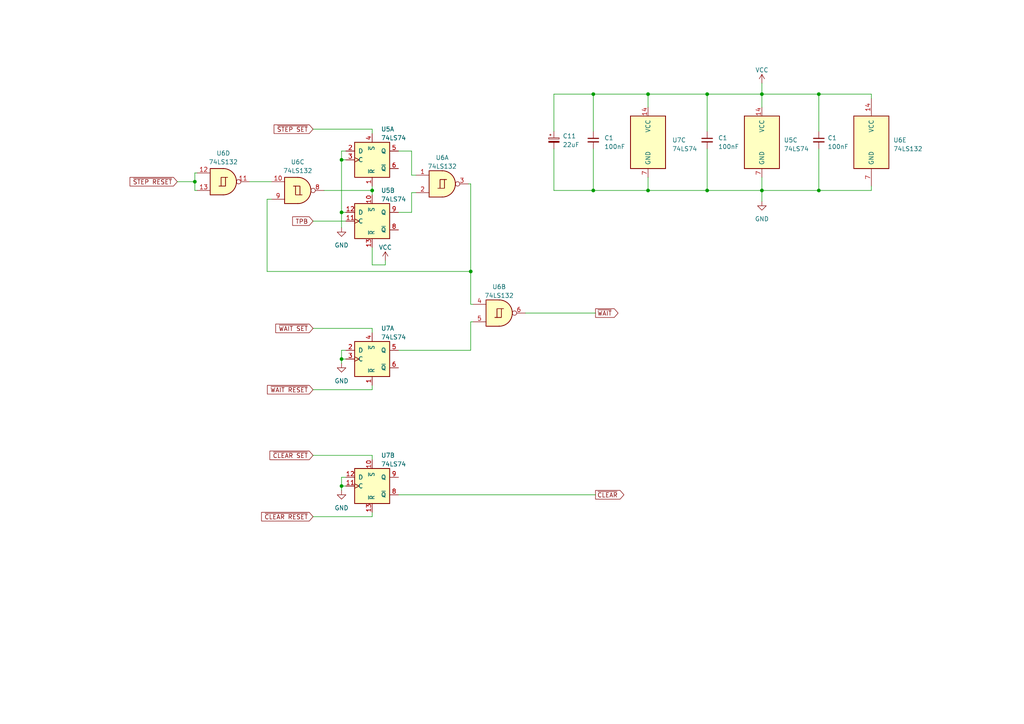
<source format=kicad_sch>
(kicad_sch (version 20230121) (generator eeschema)

  (uuid d3ff6b89-26a2-49ce-a057-71680a1131b6)

  (paper "A4")

  (title_block
    (title "Stepper circuit")
    (date "2023-04-25")
    (rev "1")
    (company "ZLED")
  )

  (lib_symbols
    (symbol "74xx:74LS132" (pin_names (offset 1.016)) (in_bom yes) (on_board yes)
      (property "Reference" "U" (at 0 1.27 0)
        (effects (font (size 1.27 1.27)))
      )
      (property "Value" "74LS132" (at 0 -1.27 0)
        (effects (font (size 1.27 1.27)))
      )
      (property "Footprint" "" (at 0 0 0)
        (effects (font (size 1.27 1.27)) hide)
      )
      (property "Datasheet" "http://www.ti.com/lit/gpn/sn74LS132" (at 0 0 0)
        (effects (font (size 1.27 1.27)) hide)
      )
      (property "ki_locked" "" (at 0 0 0)
        (effects (font (size 1.27 1.27)))
      )
      (property "ki_keywords" "TTL Nand2" (at 0 0 0)
        (effects (font (size 1.27 1.27)) hide)
      )
      (property "ki_description" "Quad 2-input NAND Schmitt trigger" (at 0 0 0)
        (effects (font (size 1.27 1.27)) hide)
      )
      (property "ki_fp_filters" "DIP*W7.62mm*" (at 0 0 0)
        (effects (font (size 1.27 1.27)) hide)
      )
      (symbol "74LS132_1_0"
        (polyline
          (pts
            (xy -0.635 -1.27)
            (xy -0.635 1.27)
            (xy 0.635 1.27)
          )
          (stroke (width 0) (type default))
          (fill (type none))
        )
        (polyline
          (pts
            (xy -0.635 -1.27)
            (xy -0.635 1.27)
            (xy 0.635 1.27)
          )
          (stroke (width 0) (type default))
          (fill (type none))
        )
        (polyline
          (pts
            (xy -1.27 -1.27)
            (xy 0.635 -1.27)
            (xy 0.635 1.27)
            (xy 1.27 1.27)
          )
          (stroke (width 0) (type default))
          (fill (type none))
        )
        (polyline
          (pts
            (xy -1.27 -1.27)
            (xy 0.635 -1.27)
            (xy 0.635 1.27)
            (xy 1.27 1.27)
          )
          (stroke (width 0) (type default))
          (fill (type none))
        )
      )
      (symbol "74LS132_1_1"
        (arc (start 0 -3.81) (mid 3.7934 0) (end 0 3.81)
          (stroke (width 0.254) (type default))
          (fill (type background))
        )
        (polyline
          (pts
            (xy 0 3.81)
            (xy -3.81 3.81)
            (xy -3.81 -3.81)
            (xy 0 -3.81)
          )
          (stroke (width 0.254) (type default))
          (fill (type background))
        )
        (pin input line (at -7.62 2.54 0) (length 3.81)
          (name "~" (effects (font (size 1.27 1.27))))
          (number "1" (effects (font (size 1.27 1.27))))
        )
        (pin input line (at -7.62 -2.54 0) (length 3.81)
          (name "~" (effects (font (size 1.27 1.27))))
          (number "2" (effects (font (size 1.27 1.27))))
        )
        (pin output inverted (at 7.62 0 180) (length 3.81)
          (name "~" (effects (font (size 1.27 1.27))))
          (number "3" (effects (font (size 1.27 1.27))))
        )
      )
      (symbol "74LS132_1_2"
        (arc (start -3.81 -3.81) (mid -2.589 0) (end -3.81 3.81)
          (stroke (width 0.254) (type default))
          (fill (type none))
        )
        (arc (start -0.6096 -3.81) (mid 2.1842 -2.5851) (end 3.81 0)
          (stroke (width 0.254) (type default))
          (fill (type background))
        )
        (polyline
          (pts
            (xy -3.81 -3.81)
            (xy -0.635 -3.81)
          )
          (stroke (width 0.254) (type default))
          (fill (type background))
        )
        (polyline
          (pts
            (xy -3.81 3.81)
            (xy -0.635 3.81)
          )
          (stroke (width 0.254) (type default))
          (fill (type background))
        )
        (polyline
          (pts
            (xy -0.635 3.81)
            (xy -3.81 3.81)
            (xy -3.81 3.81)
            (xy -3.556 3.4036)
            (xy -3.0226 2.2606)
            (xy -2.6924 1.0414)
            (xy -2.6162 -0.254)
            (xy -2.7686 -1.4986)
            (xy -3.175 -2.7178)
            (xy -3.81 -3.81)
            (xy -3.81 -3.81)
            (xy -0.635 -3.81)
          )
          (stroke (width -25.4) (type default))
          (fill (type background))
        )
        (arc (start 3.81 0) (mid 2.1915 2.5936) (end -0.6096 3.81)
          (stroke (width 0.254) (type default))
          (fill (type background))
        )
        (pin input inverted (at -7.62 2.54 0) (length 4.318)
          (name "~" (effects (font (size 1.27 1.27))))
          (number "1" (effects (font (size 1.27 1.27))))
        )
        (pin input inverted (at -7.62 -2.54 0) (length 4.318)
          (name "~" (effects (font (size 1.27 1.27))))
          (number "2" (effects (font (size 1.27 1.27))))
        )
        (pin output line (at 7.62 0 180) (length 3.81)
          (name "~" (effects (font (size 1.27 1.27))))
          (number "3" (effects (font (size 1.27 1.27))))
        )
      )
      (symbol "74LS132_2_0"
        (polyline
          (pts
            (xy -0.635 -1.27)
            (xy -0.635 1.27)
            (xy 0.635 1.27)
          )
          (stroke (width 0) (type default))
          (fill (type none))
        )
        (polyline
          (pts
            (xy -0.635 -1.27)
            (xy -0.635 1.27)
            (xy 0.635 1.27)
          )
          (stroke (width 0) (type default))
          (fill (type none))
        )
        (polyline
          (pts
            (xy -1.27 -1.27)
            (xy 0.635 -1.27)
            (xy 0.635 1.27)
            (xy 1.27 1.27)
          )
          (stroke (width 0) (type default))
          (fill (type none))
        )
        (polyline
          (pts
            (xy -1.27 -1.27)
            (xy 0.635 -1.27)
            (xy 0.635 1.27)
            (xy 1.27 1.27)
          )
          (stroke (width 0) (type default))
          (fill (type none))
        )
      )
      (symbol "74LS132_2_1"
        (arc (start 0 -3.81) (mid 3.7934 0) (end 0 3.81)
          (stroke (width 0.254) (type default))
          (fill (type background))
        )
        (polyline
          (pts
            (xy 0 3.81)
            (xy -3.81 3.81)
            (xy -3.81 -3.81)
            (xy 0 -3.81)
          )
          (stroke (width 0.254) (type default))
          (fill (type background))
        )
        (pin input line (at -7.62 2.54 0) (length 3.81)
          (name "~" (effects (font (size 1.27 1.27))))
          (number "4" (effects (font (size 1.27 1.27))))
        )
        (pin input line (at -7.62 -2.54 0) (length 3.81)
          (name "~" (effects (font (size 1.27 1.27))))
          (number "5" (effects (font (size 1.27 1.27))))
        )
        (pin output inverted (at 7.62 0 180) (length 3.81)
          (name "~" (effects (font (size 1.27 1.27))))
          (number "6" (effects (font (size 1.27 1.27))))
        )
      )
      (symbol "74LS132_2_2"
        (arc (start -3.81 -3.81) (mid -2.589 0) (end -3.81 3.81)
          (stroke (width 0.254) (type default))
          (fill (type none))
        )
        (arc (start -0.6096 -3.81) (mid 2.1842 -2.5851) (end 3.81 0)
          (stroke (width 0.254) (type default))
          (fill (type background))
        )
        (polyline
          (pts
            (xy -3.81 -3.81)
            (xy -0.635 -3.81)
          )
          (stroke (width 0.254) (type default))
          (fill (type background))
        )
        (polyline
          (pts
            (xy -3.81 3.81)
            (xy -0.635 3.81)
          )
          (stroke (width 0.254) (type default))
          (fill (type background))
        )
        (polyline
          (pts
            (xy -0.635 3.81)
            (xy -3.81 3.81)
            (xy -3.81 3.81)
            (xy -3.556 3.4036)
            (xy -3.0226 2.2606)
            (xy -2.6924 1.0414)
            (xy -2.6162 -0.254)
            (xy -2.7686 -1.4986)
            (xy -3.175 -2.7178)
            (xy -3.81 -3.81)
            (xy -3.81 -3.81)
            (xy -0.635 -3.81)
          )
          (stroke (width -25.4) (type default))
          (fill (type background))
        )
        (arc (start 3.81 0) (mid 2.1915 2.5936) (end -0.6096 3.81)
          (stroke (width 0.254) (type default))
          (fill (type background))
        )
        (pin input inverted (at -7.62 2.54 0) (length 4.318)
          (name "~" (effects (font (size 1.27 1.27))))
          (number "4" (effects (font (size 1.27 1.27))))
        )
        (pin input inverted (at -7.62 -2.54 0) (length 4.318)
          (name "~" (effects (font (size 1.27 1.27))))
          (number "5" (effects (font (size 1.27 1.27))))
        )
        (pin output line (at 7.62 0 180) (length 3.81)
          (name "~" (effects (font (size 1.27 1.27))))
          (number "6" (effects (font (size 1.27 1.27))))
        )
      )
      (symbol "74LS132_3_0"
        (polyline
          (pts
            (xy -0.635 -1.27)
            (xy -0.635 1.27)
            (xy 0.635 1.27)
          )
          (stroke (width 0) (type default))
          (fill (type none))
        )
        (polyline
          (pts
            (xy -0.635 -1.27)
            (xy -0.635 1.27)
            (xy 0.635 1.27)
          )
          (stroke (width 0) (type default))
          (fill (type none))
        )
        (polyline
          (pts
            (xy -1.27 -1.27)
            (xy 0.635 -1.27)
            (xy 0.635 1.27)
            (xy 1.27 1.27)
          )
          (stroke (width 0) (type default))
          (fill (type none))
        )
        (polyline
          (pts
            (xy -1.27 -1.27)
            (xy 0.635 -1.27)
            (xy 0.635 1.27)
            (xy 1.27 1.27)
          )
          (stroke (width 0) (type default))
          (fill (type none))
        )
      )
      (symbol "74LS132_3_1"
        (arc (start 0 -3.81) (mid 3.7934 0) (end 0 3.81)
          (stroke (width 0.254) (type default))
          (fill (type background))
        )
        (polyline
          (pts
            (xy 0 3.81)
            (xy -3.81 3.81)
            (xy -3.81 -3.81)
            (xy 0 -3.81)
          )
          (stroke (width 0.254) (type default))
          (fill (type background))
        )
        (pin input line (at -7.62 -2.54 0) (length 3.81)
          (name "~" (effects (font (size 1.27 1.27))))
          (number "10" (effects (font (size 1.27 1.27))))
        )
        (pin output inverted (at 7.62 0 180) (length 3.81)
          (name "~" (effects (font (size 1.27 1.27))))
          (number "8" (effects (font (size 1.27 1.27))))
        )
        (pin input line (at -7.62 2.54 0) (length 3.81)
          (name "~" (effects (font (size 1.27 1.27))))
          (number "9" (effects (font (size 1.27 1.27))))
        )
      )
      (symbol "74LS132_3_2"
        (arc (start -3.81 -3.81) (mid -2.589 0) (end -3.81 3.81)
          (stroke (width 0.254) (type default))
          (fill (type none))
        )
        (arc (start -0.6096 -3.81) (mid 2.1842 -2.5851) (end 3.81 0)
          (stroke (width 0.254) (type default))
          (fill (type background))
        )
        (polyline
          (pts
            (xy -3.81 -3.81)
            (xy -0.635 -3.81)
          )
          (stroke (width 0.254) (type default))
          (fill (type background))
        )
        (polyline
          (pts
            (xy -3.81 3.81)
            (xy -0.635 3.81)
          )
          (stroke (width 0.254) (type default))
          (fill (type background))
        )
        (polyline
          (pts
            (xy -0.635 3.81)
            (xy -3.81 3.81)
            (xy -3.81 3.81)
            (xy -3.556 3.4036)
            (xy -3.0226 2.2606)
            (xy -2.6924 1.0414)
            (xy -2.6162 -0.254)
            (xy -2.7686 -1.4986)
            (xy -3.175 -2.7178)
            (xy -3.81 -3.81)
            (xy -3.81 -3.81)
            (xy -0.635 -3.81)
          )
          (stroke (width -25.4) (type default))
          (fill (type background))
        )
        (arc (start 3.81 0) (mid 2.1915 2.5936) (end -0.6096 3.81)
          (stroke (width 0.254) (type default))
          (fill (type background))
        )
        (pin input inverted (at -7.62 -2.54 0) (length 4.318)
          (name "~" (effects (font (size 1.27 1.27))))
          (number "10" (effects (font (size 1.27 1.27))))
        )
        (pin output line (at 7.62 0 180) (length 3.81)
          (name "~" (effects (font (size 1.27 1.27))))
          (number "8" (effects (font (size 1.27 1.27))))
        )
        (pin input inverted (at -7.62 2.54 0) (length 4.318)
          (name "~" (effects (font (size 1.27 1.27))))
          (number "9" (effects (font (size 1.27 1.27))))
        )
      )
      (symbol "74LS132_4_0"
        (polyline
          (pts
            (xy -0.635 -1.27)
            (xy -0.635 1.27)
            (xy 0.635 1.27)
          )
          (stroke (width 0) (type default))
          (fill (type none))
        )
        (polyline
          (pts
            (xy -0.635 -1.27)
            (xy -0.635 1.27)
            (xy 0.635 1.27)
          )
          (stroke (width 0) (type default))
          (fill (type none))
        )
        (polyline
          (pts
            (xy -1.27 -1.27)
            (xy 0.635 -1.27)
            (xy 0.635 1.27)
            (xy 1.27 1.27)
          )
          (stroke (width 0) (type default))
          (fill (type none))
        )
        (polyline
          (pts
            (xy -1.27 -1.27)
            (xy 0.635 -1.27)
            (xy 0.635 1.27)
            (xy 1.27 1.27)
          )
          (stroke (width 0) (type default))
          (fill (type none))
        )
      )
      (symbol "74LS132_4_1"
        (arc (start 0 -3.81) (mid 3.7934 0) (end 0 3.81)
          (stroke (width 0.254) (type default))
          (fill (type background))
        )
        (polyline
          (pts
            (xy 0 3.81)
            (xy -3.81 3.81)
            (xy -3.81 -3.81)
            (xy 0 -3.81)
          )
          (stroke (width 0.254) (type default))
          (fill (type background))
        )
        (pin output inverted (at 7.62 0 180) (length 3.81)
          (name "~" (effects (font (size 1.27 1.27))))
          (number "11" (effects (font (size 1.27 1.27))))
        )
        (pin input line (at -7.62 2.54 0) (length 3.81)
          (name "~" (effects (font (size 1.27 1.27))))
          (number "12" (effects (font (size 1.27 1.27))))
        )
        (pin input line (at -7.62 -2.54 0) (length 3.81)
          (name "~" (effects (font (size 1.27 1.27))))
          (number "13" (effects (font (size 1.27 1.27))))
        )
      )
      (symbol "74LS132_4_2"
        (arc (start -3.81 -3.81) (mid -2.589 0) (end -3.81 3.81)
          (stroke (width 0.254) (type default))
          (fill (type none))
        )
        (arc (start -0.6096 -3.81) (mid 2.1842 -2.5851) (end 3.81 0)
          (stroke (width 0.254) (type default))
          (fill (type background))
        )
        (polyline
          (pts
            (xy -3.81 -3.81)
            (xy -0.635 -3.81)
          )
          (stroke (width 0.254) (type default))
          (fill (type background))
        )
        (polyline
          (pts
            (xy -3.81 3.81)
            (xy -0.635 3.81)
          )
          (stroke (width 0.254) (type default))
          (fill (type background))
        )
        (polyline
          (pts
            (xy -0.635 3.81)
            (xy -3.81 3.81)
            (xy -3.81 3.81)
            (xy -3.556 3.4036)
            (xy -3.0226 2.2606)
            (xy -2.6924 1.0414)
            (xy -2.6162 -0.254)
            (xy -2.7686 -1.4986)
            (xy -3.175 -2.7178)
            (xy -3.81 -3.81)
            (xy -3.81 -3.81)
            (xy -0.635 -3.81)
          )
          (stroke (width -25.4) (type default))
          (fill (type background))
        )
        (arc (start 3.81 0) (mid 2.1915 2.5936) (end -0.6096 3.81)
          (stroke (width 0.254) (type default))
          (fill (type background))
        )
        (pin output line (at 7.62 0 180) (length 3.81)
          (name "~" (effects (font (size 1.27 1.27))))
          (number "11" (effects (font (size 1.27 1.27))))
        )
        (pin input inverted (at -7.62 2.54 0) (length 4.318)
          (name "~" (effects (font (size 1.27 1.27))))
          (number "12" (effects (font (size 1.27 1.27))))
        )
        (pin input inverted (at -7.62 -2.54 0) (length 4.318)
          (name "~" (effects (font (size 1.27 1.27))))
          (number "13" (effects (font (size 1.27 1.27))))
        )
      )
      (symbol "74LS132_5_0"
        (pin power_in line (at 0 12.7 270) (length 5.08)
          (name "VCC" (effects (font (size 1.27 1.27))))
          (number "14" (effects (font (size 1.27 1.27))))
        )
        (pin power_in line (at 0 -12.7 90) (length 5.08)
          (name "GND" (effects (font (size 1.27 1.27))))
          (number "7" (effects (font (size 1.27 1.27))))
        )
      )
      (symbol "74LS132_5_1"
        (rectangle (start -5.08 7.62) (end 5.08 -7.62)
          (stroke (width 0.254) (type default))
          (fill (type background))
        )
      )
    )
    (symbol "74xx:74LS74" (pin_names (offset 1.016)) (in_bom yes) (on_board yes)
      (property "Reference" "U" (at -7.62 8.89 0)
        (effects (font (size 1.27 1.27)))
      )
      (property "Value" "74LS74" (at -7.62 -8.89 0)
        (effects (font (size 1.27 1.27)))
      )
      (property "Footprint" "" (at 0 0 0)
        (effects (font (size 1.27 1.27)) hide)
      )
      (property "Datasheet" "74xx/74hc_hct74.pdf" (at 0 0 0)
        (effects (font (size 1.27 1.27)) hide)
      )
      (property "ki_locked" "" (at 0 0 0)
        (effects (font (size 1.27 1.27)))
      )
      (property "ki_keywords" "TTL DFF" (at 0 0 0)
        (effects (font (size 1.27 1.27)) hide)
      )
      (property "ki_description" "Dual D Flip-flop, Set & Reset" (at 0 0 0)
        (effects (font (size 1.27 1.27)) hide)
      )
      (property "ki_fp_filters" "DIP*W7.62mm*" (at 0 0 0)
        (effects (font (size 1.27 1.27)) hide)
      )
      (symbol "74LS74_1_0"
        (pin input line (at 0 -7.62 90) (length 2.54)
          (name "~{R}" (effects (font (size 1.27 1.27))))
          (number "1" (effects (font (size 1.27 1.27))))
        )
        (pin input line (at -7.62 2.54 0) (length 2.54)
          (name "D" (effects (font (size 1.27 1.27))))
          (number "2" (effects (font (size 1.27 1.27))))
        )
        (pin input clock (at -7.62 0 0) (length 2.54)
          (name "C" (effects (font (size 1.27 1.27))))
          (number "3" (effects (font (size 1.27 1.27))))
        )
        (pin input line (at 0 7.62 270) (length 2.54)
          (name "~{S}" (effects (font (size 1.27 1.27))))
          (number "4" (effects (font (size 1.27 1.27))))
        )
        (pin output line (at 7.62 2.54 180) (length 2.54)
          (name "Q" (effects (font (size 1.27 1.27))))
          (number "5" (effects (font (size 1.27 1.27))))
        )
        (pin output line (at 7.62 -2.54 180) (length 2.54)
          (name "~{Q}" (effects (font (size 1.27 1.27))))
          (number "6" (effects (font (size 1.27 1.27))))
        )
      )
      (symbol "74LS74_1_1"
        (rectangle (start -5.08 5.08) (end 5.08 -5.08)
          (stroke (width 0.254) (type default))
          (fill (type background))
        )
      )
      (symbol "74LS74_2_0"
        (pin input line (at 0 7.62 270) (length 2.54)
          (name "~{S}" (effects (font (size 1.27 1.27))))
          (number "10" (effects (font (size 1.27 1.27))))
        )
        (pin input clock (at -7.62 0 0) (length 2.54)
          (name "C" (effects (font (size 1.27 1.27))))
          (number "11" (effects (font (size 1.27 1.27))))
        )
        (pin input line (at -7.62 2.54 0) (length 2.54)
          (name "D" (effects (font (size 1.27 1.27))))
          (number "12" (effects (font (size 1.27 1.27))))
        )
        (pin input line (at 0 -7.62 90) (length 2.54)
          (name "~{R}" (effects (font (size 1.27 1.27))))
          (number "13" (effects (font (size 1.27 1.27))))
        )
        (pin output line (at 7.62 -2.54 180) (length 2.54)
          (name "~{Q}" (effects (font (size 1.27 1.27))))
          (number "8" (effects (font (size 1.27 1.27))))
        )
        (pin output line (at 7.62 2.54 180) (length 2.54)
          (name "Q" (effects (font (size 1.27 1.27))))
          (number "9" (effects (font (size 1.27 1.27))))
        )
      )
      (symbol "74LS74_2_1"
        (rectangle (start -5.08 5.08) (end 5.08 -5.08)
          (stroke (width 0.254) (type default))
          (fill (type background))
        )
      )
      (symbol "74LS74_3_0"
        (pin power_in line (at 0 10.16 270) (length 2.54)
          (name "VCC" (effects (font (size 1.27 1.27))))
          (number "14" (effects (font (size 1.27 1.27))))
        )
        (pin power_in line (at 0 -10.16 90) (length 2.54)
          (name "GND" (effects (font (size 1.27 1.27))))
          (number "7" (effects (font (size 1.27 1.27))))
        )
      )
      (symbol "74LS74_3_1"
        (rectangle (start -5.08 7.62) (end 5.08 -7.62)
          (stroke (width 0.254) (type default))
          (fill (type background))
        )
      )
    )
    (symbol "Device:C_Polarized_Small" (pin_numbers hide) (pin_names (offset 0.254) hide) (in_bom yes) (on_board yes)
      (property "Reference" "C" (at 0.254 1.778 0)
        (effects (font (size 1.27 1.27)) (justify left))
      )
      (property "Value" "C_Polarized_Small" (at 0.254 -2.032 0)
        (effects (font (size 1.27 1.27)) (justify left))
      )
      (property "Footprint" "" (at 0 0 0)
        (effects (font (size 1.27 1.27)) hide)
      )
      (property "Datasheet" "~" (at 0 0 0)
        (effects (font (size 1.27 1.27)) hide)
      )
      (property "ki_keywords" "cap capacitor" (at 0 0 0)
        (effects (font (size 1.27 1.27)) hide)
      )
      (property "ki_description" "Polarized capacitor, small symbol" (at 0 0 0)
        (effects (font (size 1.27 1.27)) hide)
      )
      (property "ki_fp_filters" "CP_*" (at 0 0 0)
        (effects (font (size 1.27 1.27)) hide)
      )
      (symbol "C_Polarized_Small_0_1"
        (rectangle (start -1.524 -0.3048) (end 1.524 -0.6858)
          (stroke (width 0) (type default))
          (fill (type outline))
        )
        (rectangle (start -1.524 0.6858) (end 1.524 0.3048)
          (stroke (width 0) (type default))
          (fill (type none))
        )
        (polyline
          (pts
            (xy -1.27 1.524)
            (xy -0.762 1.524)
          )
          (stroke (width 0) (type default))
          (fill (type none))
        )
        (polyline
          (pts
            (xy -1.016 1.27)
            (xy -1.016 1.778)
          )
          (stroke (width 0) (type default))
          (fill (type none))
        )
      )
      (symbol "C_Polarized_Small_1_1"
        (pin passive line (at 0 2.54 270) (length 1.8542)
          (name "~" (effects (font (size 1.27 1.27))))
          (number "1" (effects (font (size 1.27 1.27))))
        )
        (pin passive line (at 0 -2.54 90) (length 1.8542)
          (name "~" (effects (font (size 1.27 1.27))))
          (number "2" (effects (font (size 1.27 1.27))))
        )
      )
    )
    (symbol "Device:C_Small" (pin_numbers hide) (pin_names (offset 0.254) hide) (in_bom yes) (on_board yes)
      (property "Reference" "C" (at 0.254 1.778 0)
        (effects (font (size 1.27 1.27)) (justify left))
      )
      (property "Value" "C_Small" (at 0.254 -2.032 0)
        (effects (font (size 1.27 1.27)) (justify left))
      )
      (property "Footprint" "" (at 0 0 0)
        (effects (font (size 1.27 1.27)) hide)
      )
      (property "Datasheet" "~" (at 0 0 0)
        (effects (font (size 1.27 1.27)) hide)
      )
      (property "ki_keywords" "capacitor cap" (at 0 0 0)
        (effects (font (size 1.27 1.27)) hide)
      )
      (property "ki_description" "Unpolarized capacitor, small symbol" (at 0 0 0)
        (effects (font (size 1.27 1.27)) hide)
      )
      (property "ki_fp_filters" "C_*" (at 0 0 0)
        (effects (font (size 1.27 1.27)) hide)
      )
      (symbol "C_Small_0_1"
        (polyline
          (pts
            (xy -1.524 -0.508)
            (xy 1.524 -0.508)
          )
          (stroke (width 0.3302) (type default))
          (fill (type none))
        )
        (polyline
          (pts
            (xy -1.524 0.508)
            (xy 1.524 0.508)
          )
          (stroke (width 0.3048) (type default))
          (fill (type none))
        )
      )
      (symbol "C_Small_1_1"
        (pin passive line (at 0 2.54 270) (length 2.032)
          (name "~" (effects (font (size 1.27 1.27))))
          (number "1" (effects (font (size 1.27 1.27))))
        )
        (pin passive line (at 0 -2.54 90) (length 2.032)
          (name "~" (effects (font (size 1.27 1.27))))
          (number "2" (effects (font (size 1.27 1.27))))
        )
      )
    )
    (symbol "power:GND" (power) (pin_names (offset 0)) (in_bom yes) (on_board yes)
      (property "Reference" "#PWR" (at 0 -6.35 0)
        (effects (font (size 1.27 1.27)) hide)
      )
      (property "Value" "GND" (at 0 -3.81 0)
        (effects (font (size 1.27 1.27)))
      )
      (property "Footprint" "" (at 0 0 0)
        (effects (font (size 1.27 1.27)) hide)
      )
      (property "Datasheet" "" (at 0 0 0)
        (effects (font (size 1.27 1.27)) hide)
      )
      (property "ki_keywords" "global power" (at 0 0 0)
        (effects (font (size 1.27 1.27)) hide)
      )
      (property "ki_description" "Power symbol creates a global label with name \"GND\" , ground" (at 0 0 0)
        (effects (font (size 1.27 1.27)) hide)
      )
      (symbol "GND_0_1"
        (polyline
          (pts
            (xy 0 0)
            (xy 0 -1.27)
            (xy 1.27 -1.27)
            (xy 0 -2.54)
            (xy -1.27 -1.27)
            (xy 0 -1.27)
          )
          (stroke (width 0) (type default))
          (fill (type none))
        )
      )
      (symbol "GND_1_1"
        (pin power_in line (at 0 0 270) (length 0) hide
          (name "GND" (effects (font (size 1.27 1.27))))
          (number "1" (effects (font (size 1.27 1.27))))
        )
      )
    )
    (symbol "power:VCC" (power) (pin_names (offset 0)) (in_bom yes) (on_board yes)
      (property "Reference" "#PWR" (at 0 -3.81 0)
        (effects (font (size 1.27 1.27)) hide)
      )
      (property "Value" "VCC" (at 0 3.81 0)
        (effects (font (size 1.27 1.27)))
      )
      (property "Footprint" "" (at 0 0 0)
        (effects (font (size 1.27 1.27)) hide)
      )
      (property "Datasheet" "" (at 0 0 0)
        (effects (font (size 1.27 1.27)) hide)
      )
      (property "ki_keywords" "global power" (at 0 0 0)
        (effects (font (size 1.27 1.27)) hide)
      )
      (property "ki_description" "Power symbol creates a global label with name \"VCC\"" (at 0 0 0)
        (effects (font (size 1.27 1.27)) hide)
      )
      (symbol "VCC_0_1"
        (polyline
          (pts
            (xy -0.762 1.27)
            (xy 0 2.54)
          )
          (stroke (width 0) (type default))
          (fill (type none))
        )
        (polyline
          (pts
            (xy 0 0)
            (xy 0 2.54)
          )
          (stroke (width 0) (type default))
          (fill (type none))
        )
        (polyline
          (pts
            (xy 0 2.54)
            (xy 0.762 1.27)
          )
          (stroke (width 0) (type default))
          (fill (type none))
        )
      )
      (symbol "VCC_1_1"
        (pin power_in line (at 0 0 90) (length 0) hide
          (name "VCC" (effects (font (size 1.27 1.27))))
          (number "1" (effects (font (size 1.27 1.27))))
        )
      )
    )
  )

  (junction (at 99.06 61.595) (diameter 0) (color 0 0 0 0)
    (uuid 006bf008-4c6f-4eb8-9a2b-07ae9f271be2)
  )
  (junction (at 99.06 104.14) (diameter 0) (color 0 0 0 0)
    (uuid 09b2ed67-abf3-411c-bc38-525651591d8d)
  )
  (junction (at 205.105 55.245) (diameter 0) (color 0 0 0 0)
    (uuid 0ee9b1e9-a68f-4c92-977c-b96a846abacd)
  )
  (junction (at 220.98 27.305) (diameter 0) (color 0 0 0 0)
    (uuid 14c0dc47-3eb1-413e-8cd0-42f9ef9da78b)
  )
  (junction (at 172.085 27.305) (diameter 0) (color 0 0 0 0)
    (uuid 3b04bf7c-ce85-46c2-abc9-478cd5a1f7b8)
  )
  (junction (at 99.06 140.97) (diameter 0) (color 0 0 0 0)
    (uuid 57df5bc2-b7d8-483e-b8b1-ef126a1e0930)
  )
  (junction (at 220.98 55.245) (diameter 0) (color 0 0 0 0)
    (uuid 5c936f9a-c027-4500-a72b-e3cf602868ce)
  )
  (junction (at 56.515 52.705) (diameter 0) (color 0 0 0 0)
    (uuid 5f699a79-5a62-4d12-8b1b-58abbc479540)
  )
  (junction (at 237.49 55.245) (diameter 0) (color 0 0 0 0)
    (uuid 84e58506-2ef2-41dc-82ce-0b9242be1749)
  )
  (junction (at 205.105 27.305) (diameter 0) (color 0 0 0 0)
    (uuid 95e4ba0c-61a7-44b4-8fc8-ed5f7f0f317d)
  )
  (junction (at 187.96 55.245) (diameter 0) (color 0 0 0 0)
    (uuid b1e34244-1dcf-4575-95b5-2ce2faa28200)
  )
  (junction (at 187.96 27.305) (diameter 0) (color 0 0 0 0)
    (uuid b7e8a08f-11ff-424a-b210-53d692adf0b8)
  )
  (junction (at 136.525 78.74) (diameter 0) (color 0 0 0 0)
    (uuid cbe9a137-1c92-4dfb-b952-50bb56a3b6bd)
  )
  (junction (at 107.95 55.245) (diameter 0) (color 0 0 0 0)
    (uuid d022db25-47dd-4199-869d-bded13adc2a0)
  )
  (junction (at 99.06 46.355) (diameter 0) (color 0 0 0 0)
    (uuid e6d70e9f-ac78-42ef-ad9b-0ac3a60aafbc)
  )
  (junction (at 172.085 55.245) (diameter 0) (color 0 0 0 0)
    (uuid eac01670-a3c9-437c-88c8-f50fad7e210e)
  )
  (junction (at 237.49 27.305) (diameter 0) (color 0 0 0 0)
    (uuid fc7207ed-1df5-4e76-940d-9c0ff58e9f7c)
  )

  (wire (pts (xy 237.49 27.305) (xy 252.73 27.305))
    (stroke (width 0) (type default))
    (uuid 025a6257-f18c-4f27-bc40-183e0d46a85b)
  )
  (wire (pts (xy 220.98 55.245) (xy 237.49 55.245))
    (stroke (width 0) (type default))
    (uuid 059773b2-68b5-40e5-b72a-556b78b0b7bd)
  )
  (wire (pts (xy 100.33 101.6) (xy 99.06 101.6))
    (stroke (width 0) (type default))
    (uuid 10a477b4-32ee-4594-94f1-034022982dad)
  )
  (wire (pts (xy 187.96 55.245) (xy 205.105 55.245))
    (stroke (width 0) (type default))
    (uuid 190f240f-8ebe-417b-bf8b-2a21e6b2ba1b)
  )
  (wire (pts (xy 205.105 55.245) (xy 220.98 55.245))
    (stroke (width 0) (type default))
    (uuid 1a6c611d-e477-40aa-b4ac-b917f931806b)
  )
  (wire (pts (xy 115.57 101.6) (xy 136.525 101.6))
    (stroke (width 0) (type default))
    (uuid 1b30a5ff-cd38-4e0e-befe-3c01308eed15)
  )
  (wire (pts (xy 77.47 78.74) (xy 77.47 57.785))
    (stroke (width 0) (type default))
    (uuid 1f7d31af-142a-453d-a1f5-478828e0ff9e)
  )
  (wire (pts (xy 99.06 140.97) (xy 100.33 140.97))
    (stroke (width 0) (type default))
    (uuid 217e9228-b97c-4727-9204-4d41790cafbb)
  )
  (wire (pts (xy 107.95 149.86) (xy 107.95 148.59))
    (stroke (width 0) (type default))
    (uuid 256fd42a-fa43-44d6-a52a-b08732a1cef3)
  )
  (wire (pts (xy 172.085 43.18) (xy 172.085 55.245))
    (stroke (width 0) (type default))
    (uuid 2a76eec7-c4c6-4ebb-ae5c-2d1592a4bf2f)
  )
  (wire (pts (xy 252.73 28.575) (xy 252.73 27.305))
    (stroke (width 0) (type default))
    (uuid 2cab472e-3fb5-4d50-9832-17dcf8a49814)
  )
  (wire (pts (xy 99.06 61.595) (xy 99.06 66.04))
    (stroke (width 0) (type default))
    (uuid 2e52c105-b2ee-42fa-bf48-b8510b30eee8)
  )
  (wire (pts (xy 119.38 61.595) (xy 115.57 61.595))
    (stroke (width 0) (type default))
    (uuid 3219c435-0d52-470f-b84c-cab9e10fae78)
  )
  (wire (pts (xy 99.06 140.97) (xy 99.06 142.24))
    (stroke (width 0) (type default))
    (uuid 322864be-e63d-4aea-a18f-2a6bbd4ad5cb)
  )
  (wire (pts (xy 99.06 61.595) (xy 100.33 61.595))
    (stroke (width 0) (type default))
    (uuid 3405b917-5e9c-4cc9-97f2-f6288985be90)
  )
  (wire (pts (xy 205.105 27.305) (xy 205.105 38.1))
    (stroke (width 0) (type default))
    (uuid 35ecbe51-20b4-4994-a48e-483b937e0341)
  )
  (wire (pts (xy 90.805 149.86) (xy 107.95 149.86))
    (stroke (width 0) (type default))
    (uuid 37d77da3-3402-497e-937d-32ceb56aad02)
  )
  (wire (pts (xy 90.805 64.135) (xy 100.33 64.135))
    (stroke (width 0) (type default))
    (uuid 39143058-162a-40e5-9779-cebb1417fa0c)
  )
  (wire (pts (xy 107.95 95.25) (xy 107.95 96.52))
    (stroke (width 0) (type default))
    (uuid 3f3a4a32-af60-49b6-b907-74676b2b4ad5)
  )
  (wire (pts (xy 172.085 55.245) (xy 187.96 55.245))
    (stroke (width 0) (type default))
    (uuid 410a0b07-d9a9-4bca-afc8-07699b0d650b)
  )
  (wire (pts (xy 93.98 55.245) (xy 107.95 55.245))
    (stroke (width 0) (type default))
    (uuid 42a21652-97d1-46aa-aa34-0e2ca1164256)
  )
  (wire (pts (xy 152.4 90.805) (xy 172.72 90.805))
    (stroke (width 0) (type default))
    (uuid 47b2f3f2-9e94-4a70-9cd8-65640d896606)
  )
  (wire (pts (xy 220.98 24.13) (xy 220.98 27.305))
    (stroke (width 0) (type default))
    (uuid 48b0ea74-9617-4625-988e-de3361f226c7)
  )
  (wire (pts (xy 136.525 78.74) (xy 136.525 53.34))
    (stroke (width 0) (type default))
    (uuid 49d8b080-776f-4ccd-83a8-2c4d0cbba919)
  )
  (wire (pts (xy 107.95 55.245) (xy 107.95 56.515))
    (stroke (width 0) (type default))
    (uuid 4fd5f1d0-ea97-4eff-97a5-1de3e01565c5)
  )
  (wire (pts (xy 99.06 138.43) (xy 99.06 140.97))
    (stroke (width 0) (type default))
    (uuid 5021409c-35a8-464b-aa30-5d62b6643c24)
  )
  (wire (pts (xy 136.525 88.265) (xy 136.525 78.74))
    (stroke (width 0) (type default))
    (uuid 5082897d-7c78-44bd-8179-f0f9ff5946fe)
  )
  (wire (pts (xy 205.105 43.18) (xy 205.105 55.245))
    (stroke (width 0) (type default))
    (uuid 50e18df4-8c85-4d4a-b33a-aca0f9114dd8)
  )
  (wire (pts (xy 100.33 46.355) (xy 99.06 46.355))
    (stroke (width 0) (type default))
    (uuid 53cd413d-e103-412a-ba73-c6b9220f5315)
  )
  (wire (pts (xy 56.515 50.165) (xy 56.515 52.705))
    (stroke (width 0) (type default))
    (uuid 56ec1ae2-7cba-4b0a-b676-7e5a3862d816)
  )
  (wire (pts (xy 187.96 27.305) (xy 205.105 27.305))
    (stroke (width 0) (type default))
    (uuid 5aa2f4d2-f0d2-424f-b76c-0a7275985324)
  )
  (wire (pts (xy 160.655 55.245) (xy 172.085 55.245))
    (stroke (width 0) (type default))
    (uuid 5ed1ec12-dd89-455e-a692-a2a0e31341fc)
  )
  (wire (pts (xy 51.435 52.705) (xy 56.515 52.705))
    (stroke (width 0) (type default))
    (uuid 62cecc8e-5e64-4a81-b043-91b920c5e6aa)
  )
  (wire (pts (xy 72.39 52.705) (xy 78.74 52.705))
    (stroke (width 0) (type default))
    (uuid 65119e32-6874-4ef6-964a-8f74b908cf6e)
  )
  (wire (pts (xy 99.06 104.14) (xy 100.33 104.14))
    (stroke (width 0) (type default))
    (uuid 65f1d813-7d45-4f46-885e-fe3d8d90b9f1)
  )
  (wire (pts (xy 137.16 93.345) (xy 136.525 93.345))
    (stroke (width 0) (type default))
    (uuid 6893b8cf-bcf2-4f36-afe6-4932a08aa912)
  )
  (wire (pts (xy 136.525 53.34) (xy 135.89 53.34))
    (stroke (width 0) (type default))
    (uuid 6b04fe50-ddee-4ec8-b197-e692d8b0bd75)
  )
  (wire (pts (xy 90.805 132.08) (xy 107.95 132.08))
    (stroke (width 0) (type default))
    (uuid 6b0b888f-0ad1-4b64-90be-c323b84598af)
  )
  (wire (pts (xy 107.95 38.735) (xy 107.95 37.465))
    (stroke (width 0) (type default))
    (uuid 76230fad-fb01-4583-89b7-b17ae9f03452)
  )
  (wire (pts (xy 160.655 43.18) (xy 160.655 55.245))
    (stroke (width 0) (type default))
    (uuid 7d018e9a-2ae3-49f6-87a5-e435e9d76f73)
  )
  (wire (pts (xy 220.98 27.305) (xy 220.98 31.115))
    (stroke (width 0) (type default))
    (uuid 7e11ddc9-cfb4-4607-be9f-7ed69412de63)
  )
  (wire (pts (xy 90.805 37.465) (xy 107.95 37.465))
    (stroke (width 0) (type default))
    (uuid 7ea1c0df-4a98-4cdf-bd61-462baa5017f8)
  )
  (wire (pts (xy 119.38 50.8) (xy 119.38 43.815))
    (stroke (width 0) (type default))
    (uuid 80a064a6-3c84-4855-8fc5-ba6fecd41e10)
  )
  (wire (pts (xy 187.96 51.435) (xy 187.96 55.245))
    (stroke (width 0) (type default))
    (uuid 81d60b6c-5888-4b11-9f13-4354aa9f40a3)
  )
  (wire (pts (xy 237.49 55.245) (xy 252.73 55.245))
    (stroke (width 0) (type default))
    (uuid 82c08350-f0ba-4dca-8d66-d6e8d1ac3acb)
  )
  (wire (pts (xy 160.655 38.1) (xy 160.655 27.305))
    (stroke (width 0) (type default))
    (uuid 83059c8b-445f-4115-a69b-ed2695e5d88f)
  )
  (wire (pts (xy 56.515 55.245) (xy 57.15 55.245))
    (stroke (width 0) (type default))
    (uuid 894c9950-654b-410b-8a6f-5be0cdc3039d)
  )
  (wire (pts (xy 220.98 55.245) (xy 220.98 51.435))
    (stroke (width 0) (type default))
    (uuid 8f4e0a36-538f-453f-b9a7-2f87bc4d30e1)
  )
  (wire (pts (xy 99.06 104.14) (xy 99.06 105.41))
    (stroke (width 0) (type default))
    (uuid 97dbae33-d575-45a8-8e06-77711f44d5d2)
  )
  (wire (pts (xy 107.95 132.08) (xy 107.95 133.35))
    (stroke (width 0) (type default))
    (uuid 9d9fe47a-64ba-4c26-8698-b08a754cbe73)
  )
  (wire (pts (xy 220.98 55.245) (xy 220.98 58.42))
    (stroke (width 0) (type default))
    (uuid 9db3b75e-4e80-4a22-a36d-2bac4d779e06)
  )
  (wire (pts (xy 205.105 27.305) (xy 220.98 27.305))
    (stroke (width 0) (type default))
    (uuid 9e496b1c-93e3-4b6a-90da-256040c03d18)
  )
  (wire (pts (xy 90.805 113.03) (xy 107.95 113.03))
    (stroke (width 0) (type default))
    (uuid 9f20221a-31a7-479d-8e7e-1cdaf392978b)
  )
  (wire (pts (xy 90.805 95.25) (xy 107.95 95.25))
    (stroke (width 0) (type default))
    (uuid a0b84d9b-ea59-4d47-8eb6-399d107578c2)
  )
  (wire (pts (xy 119.38 55.88) (xy 119.38 61.595))
    (stroke (width 0) (type default))
    (uuid a0c28ac9-be95-4f0c-accf-5d3b9d9a0747)
  )
  (wire (pts (xy 99.06 43.815) (xy 100.33 43.815))
    (stroke (width 0) (type default))
    (uuid a0c85052-4706-4bae-bf94-49d871a9d609)
  )
  (wire (pts (xy 107.95 76.835) (xy 107.95 71.755))
    (stroke (width 0) (type default))
    (uuid a1661b23-ebdb-492e-a9b1-4008d3a39170)
  )
  (wire (pts (xy 136.525 93.345) (xy 136.525 101.6))
    (stroke (width 0) (type default))
    (uuid a7f1fed7-0edf-4167-aee1-cdab21049c4e)
  )
  (wire (pts (xy 137.16 88.265) (xy 136.525 88.265))
    (stroke (width 0) (type default))
    (uuid a8a1c86a-598d-41ec-ae57-e6b8618014d7)
  )
  (wire (pts (xy 107.95 111.76) (xy 107.95 113.03))
    (stroke (width 0) (type default))
    (uuid ab1af46f-8278-4ad3-85b6-d760b2544199)
  )
  (wire (pts (xy 120.65 50.8) (xy 119.38 50.8))
    (stroke (width 0) (type default))
    (uuid bba66246-82c3-4ba1-993b-3e8afd493162)
  )
  (wire (pts (xy 77.47 57.785) (xy 78.74 57.785))
    (stroke (width 0) (type default))
    (uuid c0630e20-74e4-4a70-b2d7-52a8a82b620b)
  )
  (wire (pts (xy 99.06 46.355) (xy 99.06 43.815))
    (stroke (width 0) (type default))
    (uuid c9269f06-b335-4ba8-b7f4-e524354fbe2d)
  )
  (wire (pts (xy 56.515 50.165) (xy 57.15 50.165))
    (stroke (width 0) (type default))
    (uuid cc474b38-445c-4aee-8c5c-6f7493a8d05b)
  )
  (wire (pts (xy 172.085 27.305) (xy 187.96 27.305))
    (stroke (width 0) (type default))
    (uuid cc882c24-4d39-4155-986e-1369b1d62755)
  )
  (wire (pts (xy 111.76 75.565) (xy 111.76 76.835))
    (stroke (width 0) (type default))
    (uuid cf054d0f-ead1-4860-95ca-1e608b0e2b32)
  )
  (wire (pts (xy 237.49 27.305) (xy 237.49 38.1))
    (stroke (width 0) (type default))
    (uuid cf274ee7-5dc6-45ab-84d2-3b51c31afb70)
  )
  (wire (pts (xy 115.57 143.51) (xy 172.72 143.51))
    (stroke (width 0) (type default))
    (uuid cfd4ea46-063b-4c8e-8244-d37cc5758843)
  )
  (wire (pts (xy 220.98 27.305) (xy 237.49 27.305))
    (stroke (width 0) (type default))
    (uuid d4775433-c260-479f-a97b-251fdd157864)
  )
  (wire (pts (xy 120.65 55.88) (xy 119.38 55.88))
    (stroke (width 0) (type default))
    (uuid d58902a9-d989-4768-bb96-32850a5d6569)
  )
  (wire (pts (xy 56.515 52.705) (xy 56.515 55.245))
    (stroke (width 0) (type default))
    (uuid d627cefe-62c3-4a5a-a0d7-1e26953a6d6d)
  )
  (wire (pts (xy 99.06 46.355) (xy 99.06 61.595))
    (stroke (width 0) (type default))
    (uuid d86483a5-3ff5-4a89-8a98-03242ec9733e)
  )
  (wire (pts (xy 99.06 101.6) (xy 99.06 104.14))
    (stroke (width 0) (type default))
    (uuid d939160e-98b2-4e87-80a8-99d2e72fea9f)
  )
  (wire (pts (xy 252.73 53.975) (xy 252.73 55.245))
    (stroke (width 0) (type default))
    (uuid daa439b9-6d28-4f61-88d9-f473451d5ecc)
  )
  (wire (pts (xy 107.95 53.975) (xy 107.95 55.245))
    (stroke (width 0) (type default))
    (uuid de79fa1a-82b9-4750-8447-0dc017cfaffb)
  )
  (wire (pts (xy 119.38 43.815) (xy 115.57 43.815))
    (stroke (width 0) (type default))
    (uuid e53b8f16-4de3-4c52-9390-4c15ad136500)
  )
  (wire (pts (xy 160.655 27.305) (xy 172.085 27.305))
    (stroke (width 0) (type default))
    (uuid e7c9c8c6-58ac-4d74-bdf2-583d61b220b3)
  )
  (wire (pts (xy 237.49 43.18) (xy 237.49 55.245))
    (stroke (width 0) (type default))
    (uuid e828341a-408b-4f5a-a65e-439b4ec7d77e)
  )
  (wire (pts (xy 172.085 38.1) (xy 172.085 27.305))
    (stroke (width 0) (type default))
    (uuid edf77999-a6ff-4517-ab27-3d2408acb18b)
  )
  (wire (pts (xy 187.96 31.115) (xy 187.96 27.305))
    (stroke (width 0) (type default))
    (uuid eec86a1f-cad3-464c-9856-313bf9c82889)
  )
  (wire (pts (xy 100.33 138.43) (xy 99.06 138.43))
    (stroke (width 0) (type default))
    (uuid efeeff1f-739a-47fb-ad02-0c3565824632)
  )
  (wire (pts (xy 111.76 76.835) (xy 107.95 76.835))
    (stroke (width 0) (type default))
    (uuid fb52bb47-6f82-4985-bf1a-f2a8a6b8510a)
  )
  (wire (pts (xy 77.47 78.74) (xy 136.525 78.74))
    (stroke (width 0) (type default))
    (uuid fe962b5f-4f00-4960-9925-42a0f82ce462)
  )

  (global_label "~{STEP SET}" (shape input) (at 90.805 37.465 180) (fields_autoplaced)
    (effects (font (size 1.27 1.27)) (justify right))
    (uuid 0a5ddb34-7ed7-4509-9b5f-d5cb29943698)
    (property "Intersheetrefs" "${INTERSHEET_REFS}" (at 79.215 37.465 0)
      (effects (font (size 1.27 1.27)) (justify right) hide)
    )
  )
  (global_label "~{WAIT}" (shape output) (at 172.72 90.805 0) (fields_autoplaced)
    (effects (font (size 1.27 1.27)) (justify left))
    (uuid 19d98aa8-b355-4827-b962-b34159e99da8)
    (property "Intersheetrefs" "${INTERSHEET_REFS}" (at 179.7382 90.805 0)
      (effects (font (size 1.27 1.27)) (justify left) hide)
    )
  )
  (global_label "~{STEP RESET}" (shape input) (at 51.435 52.705 180) (fields_autoplaced)
    (effects (font (size 1.27 1.27)) (justify right))
    (uuid 1d290baf-7899-430d-b363-e681139a5db6)
    (property "Intersheetrefs" "${INTERSHEET_REFS}" (at 37.426 52.705 0)
      (effects (font (size 1.27 1.27)) (justify right) hide)
    )
  )
  (global_label "~{CLEAR RESET}" (shape input) (at 90.805 149.86 180) (fields_autoplaced)
    (effects (font (size 1.27 1.27)) (justify right))
    (uuid 21d8a255-4c2c-4ed7-be98-57830e0b871d)
    (property "Intersheetrefs" "${INTERSHEET_REFS}" (at 75.5864 149.86 0)
      (effects (font (size 1.27 1.27)) (justify right) hide)
    )
  )
  (global_label "~{CLEAR SET}" (shape input) (at 90.805 132.08 180) (fields_autoplaced)
    (effects (font (size 1.27 1.27)) (justify right))
    (uuid 23150663-8bd5-4fc5-aa59-b8f889881297)
    (property "Intersheetrefs" "${INTERSHEET_REFS}" (at 78.0054 132.08 0)
      (effects (font (size 1.27 1.27)) (justify right) hide)
    )
  )
  (global_label "~{WAIT SET}" (shape input) (at 90.805 95.25 180) (fields_autoplaced)
    (effects (font (size 1.27 1.27)) (justify right))
    (uuid 7d4647e5-edef-4c6a-87cb-b86b8689cea7)
    (property "Intersheetrefs" "${INTERSHEET_REFS}" (at 79.6987 95.25 0)
      (effects (font (size 1.27 1.27)) (justify right) hide)
    )
  )
  (global_label "TPB" (shape input) (at 90.805 64.135 180) (fields_autoplaced)
    (effects (font (size 1.27 1.27)) (justify right))
    (uuid 84203775-e447-4a2c-9b09-d1476825a705)
    (property "Intersheetrefs" "${INTERSHEET_REFS}" (at 84.3916 64.135 0)
      (effects (font (size 1.27 1.27)) (justify right) hide)
    )
  )
  (global_label "~{CLEAR}" (shape output) (at 172.72 143.51 0) (fields_autoplaced)
    (effects (font (size 1.27 1.27)) (justify left))
    (uuid b1e8cd6a-ad97-443d-bc0c-7c1be8a244e8)
    (property "Intersheetrefs" "${INTERSHEET_REFS}" (at 181.4315 143.51 0)
      (effects (font (size 1.27 1.27)) (justify left) hide)
    )
  )
  (global_label "~{WAIT RESET}" (shape input) (at 90.805 113.03 180) (fields_autoplaced)
    (effects (font (size 1.27 1.27)) (justify right))
    (uuid b3de2d10-c507-45f8-a4d4-8c0d15f0fae1)
    (property "Intersheetrefs" "${INTERSHEET_REFS}" (at 77.2797 113.03 0)
      (effects (font (size 1.27 1.27)) (justify right) hide)
    )
  )

  (symbol (lib_id "power:GND") (at 99.06 66.04 0) (unit 1)
    (in_bom yes) (on_board yes) (dnp no) (fields_autoplaced)
    (uuid 0e347e7b-b47a-49bf-9b11-1ca4fd0731bf)
    (property "Reference" "#PWR019" (at 99.06 72.39 0)
      (effects (font (size 1.27 1.27)) hide)
    )
    (property "Value" "GND" (at 99.06 71.12 0)
      (effects (font (size 1.27 1.27)))
    )
    (property "Footprint" "" (at 99.06 66.04 0)
      (effects (font (size 1.27 1.27)) hide)
    )
    (property "Datasheet" "" (at 99.06 66.04 0)
      (effects (font (size 1.27 1.27)) hide)
    )
    (pin "1" (uuid c7b76cd0-2e03-49da-b38a-893a24b69563))
    (instances
      (project "cdp-leddriver"
        (path "/79ddae9e-e34b-45d2-839a-57367545b266/e4fb5f57-91b6-4601-83b7-25fdb1b2a277"
          (reference "#PWR019") (unit 1)
        )
      )
    )
  )

  (symbol (lib_id "74xx:74LS74") (at 187.96 41.275 0) (unit 3)
    (in_bom yes) (on_board yes) (dnp no) (fields_autoplaced)
    (uuid 1031b2a6-2ec6-4a37-8be7-28254b75d90d)
    (property "Reference" "U7" (at 194.945 40.64 0)
      (effects (font (size 1.27 1.27)) (justify left))
    )
    (property "Value" "74LS74" (at 194.945 43.18 0)
      (effects (font (size 1.27 1.27)) (justify left))
    )
    (property "Footprint" "Package_DIP:DIP-14_W7.62mm_Socket" (at 187.96 41.275 0)
      (effects (font (size 1.27 1.27)) hide)
    )
    (property "Datasheet" "74xx/74hc_hct74.pdf" (at 187.96 41.275 0)
      (effects (font (size 1.27 1.27)) hide)
    )
    (pin "1" (uuid bc239e17-63ca-47b8-b933-7d548de6f93e))
    (pin "2" (uuid 0eb55081-78dc-485f-9141-b486a3f26ada))
    (pin "3" (uuid 355a8b7f-d8f3-456b-a6ba-272006e79944))
    (pin "4" (uuid 40095a33-f425-4ee8-8fa9-427eab9a5298))
    (pin "5" (uuid 0fb2188d-997c-417c-b7c8-545ee4cf2457))
    (pin "6" (uuid 91368f99-095d-4213-911d-eaf31c253279))
    (pin "10" (uuid 35f3abff-4584-4b81-baee-67a7a07b7a2f))
    (pin "11" (uuid 2682c12f-dcac-44eb-aadc-84c6e9f29cc8))
    (pin "12" (uuid fbab2a7a-44d0-4718-96ab-b408ae9f484a))
    (pin "13" (uuid 217b9faf-3e71-48aa-9dca-517e9342ada5))
    (pin "8" (uuid bbbb7d70-94dc-4c7a-acf0-76ec70ca470c))
    (pin "9" (uuid 0ee92c13-0d05-48fd-b164-0e37965335da))
    (pin "14" (uuid de14e29e-0fc5-40b4-9544-e2ef8abb4d77))
    (pin "7" (uuid 608f08cd-38fd-4a8c-aa55-cf9e82a45a83))
    (instances
      (project "cdp-leddriver"
        (path "/79ddae9e-e34b-45d2-839a-57367545b266/e4fb5f57-91b6-4601-83b7-25fdb1b2a277"
          (reference "U7") (unit 3)
        )
      )
    )
  )

  (symbol (lib_id "Device:C_Small") (at 172.085 40.64 0) (unit 1)
    (in_bom yes) (on_board yes) (dnp no) (fields_autoplaced)
    (uuid 1e4e00e2-4eac-4f43-a52f-0621f1fd7540)
    (property "Reference" "C1" (at 175.26 40.0113 0)
      (effects (font (size 1.27 1.27)) (justify left))
    )
    (property "Value" "100nF" (at 175.26 42.5513 0)
      (effects (font (size 1.27 1.27)) (justify left))
    )
    (property "Footprint" "Capacitor_THT:C_Disc_D3.0mm_W1.6mm_P2.50mm" (at 172.085 40.64 0)
      (effects (font (size 1.27 1.27)) hide)
    )
    (property "Datasheet" "~" (at 172.085 40.64 0)
      (effects (font (size 1.27 1.27)) hide)
    )
    (pin "1" (uuid 7d106e15-405f-4b1e-b810-aa346a8cde2e))
    (pin "2" (uuid 3aaf705f-4852-4227-a715-4ee58c739565))
    (instances
      (project "cdp-leddriver"
        (path "/79ddae9e-e34b-45d2-839a-57367545b266/2203823f-3cf9-45e4-bd76-1eeb6b184e52"
          (reference "C1") (unit 1)
        )
        (path "/79ddae9e-e34b-45d2-839a-57367545b266/e4fb5f57-91b6-4601-83b7-25fdb1b2a277"
          (reference "C7") (unit 1)
        )
      )
    )
  )

  (symbol (lib_id "74xx:74LS132") (at 128.27 53.34 0) (unit 1)
    (in_bom yes) (on_board yes) (dnp no) (fields_autoplaced)
    (uuid 2707529a-a4f8-419a-bc33-a1f7005ebf67)
    (property "Reference" "U6" (at 128.2617 45.72 0)
      (effects (font (size 1.27 1.27)))
    )
    (property "Value" "74LS132" (at 128.2617 48.26 0)
      (effects (font (size 1.27 1.27)))
    )
    (property "Footprint" "Package_DIP:DIP-14_W7.62mm_Socket" (at 128.27 53.34 0)
      (effects (font (size 1.27 1.27)) hide)
    )
    (property "Datasheet" "http://www.ti.com/lit/gpn/sn74LS132" (at 128.27 53.34 0)
      (effects (font (size 1.27 1.27)) hide)
    )
    (pin "1" (uuid 0f881c28-1bbc-4f93-866e-268b934d19b6))
    (pin "2" (uuid 501cd0c0-65b4-4116-80d5-9059d76dfaa7))
    (pin "3" (uuid 7e368889-c5e8-4df3-9964-be4bbc403c3b))
    (pin "4" (uuid 1561257b-570b-4a58-86db-ee4cc9dc175b))
    (pin "5" (uuid 69aa4995-0598-40a5-b693-a44c72b625d1))
    (pin "6" (uuid 08575ada-b850-4cde-b6ad-cdacbb167210))
    (pin "10" (uuid 970cd232-421e-4d52-a80d-acc450c8339b))
    (pin "8" (uuid 61ee1021-0b52-42d3-a6e6-4f52861a64cc))
    (pin "9" (uuid cfc162e2-698b-4b89-975e-7a5143165f89))
    (pin "11" (uuid 82ca272e-9779-4f3c-b586-af6562d59bcd))
    (pin "12" (uuid cf48cd47-3c8c-4e90-8ba5-2d23a06d05e5))
    (pin "13" (uuid e7f0263c-18f8-461c-a3cf-16c265d960b4))
    (pin "14" (uuid bc469491-0149-48c3-979c-38eaf8416f67))
    (pin "7" (uuid 838bca72-fa2e-4e26-b3ff-662fceda4f7e))
    (instances
      (project "cdp-leddriver"
        (path "/79ddae9e-e34b-45d2-839a-57367545b266/e4fb5f57-91b6-4601-83b7-25fdb1b2a277"
          (reference "U6") (unit 1)
        )
      )
    )
  )

  (symbol (lib_id "Device:C_Small") (at 205.105 40.64 0) (unit 1)
    (in_bom yes) (on_board yes) (dnp no) (fields_autoplaced)
    (uuid 2c95ba29-e9ce-49a7-a49b-058d6656ab64)
    (property "Reference" "C1" (at 208.28 40.0113 0)
      (effects (font (size 1.27 1.27)) (justify left))
    )
    (property "Value" "100nF" (at 208.28 42.5513 0)
      (effects (font (size 1.27 1.27)) (justify left))
    )
    (property "Footprint" "Capacitor_THT:C_Disc_D3.0mm_W1.6mm_P2.50mm" (at 205.105 40.64 0)
      (effects (font (size 1.27 1.27)) hide)
    )
    (property "Datasheet" "~" (at 205.105 40.64 0)
      (effects (font (size 1.27 1.27)) hide)
    )
    (pin "1" (uuid 8b5c7238-058b-4222-87db-266919ed2558))
    (pin "2" (uuid e51448b5-83c8-4c1d-a2aa-30254549a995))
    (instances
      (project "cdp-leddriver"
        (path "/79ddae9e-e34b-45d2-839a-57367545b266/2203823f-3cf9-45e4-bd76-1eeb6b184e52"
          (reference "C1") (unit 1)
        )
        (path "/79ddae9e-e34b-45d2-839a-57367545b266/e4fb5f57-91b6-4601-83b7-25fdb1b2a277"
          (reference "C5") (unit 1)
        )
      )
    )
  )

  (symbol (lib_id "Device:C_Small") (at 237.49 40.64 0) (unit 1)
    (in_bom yes) (on_board yes) (dnp no) (fields_autoplaced)
    (uuid 44a12aeb-e978-450a-abff-c0a094d58cef)
    (property "Reference" "C1" (at 240.03 40.0113 0)
      (effects (font (size 1.27 1.27)) (justify left))
    )
    (property "Value" "100nF" (at 240.03 42.5513 0)
      (effects (font (size 1.27 1.27)) (justify left))
    )
    (property "Footprint" "Capacitor_THT:C_Disc_D3.0mm_W1.6mm_P2.50mm" (at 237.49 40.64 0)
      (effects (font (size 1.27 1.27)) hide)
    )
    (property "Datasheet" "~" (at 237.49 40.64 0)
      (effects (font (size 1.27 1.27)) hide)
    )
    (pin "1" (uuid daa95eb9-f9d6-46de-8502-a7dab8354840))
    (pin "2" (uuid 9c58102c-1e9e-42f1-bc8d-0297a0536bd9))
    (instances
      (project "cdp-leddriver"
        (path "/79ddae9e-e34b-45d2-839a-57367545b266/2203823f-3cf9-45e4-bd76-1eeb6b184e52"
          (reference "C1") (unit 1)
        )
        (path "/79ddae9e-e34b-45d2-839a-57367545b266/e4fb5f57-91b6-4601-83b7-25fdb1b2a277"
          (reference "C6") (unit 1)
        )
      )
    )
  )

  (symbol (lib_id "Device:C_Polarized_Small") (at 160.655 40.64 0) (unit 1)
    (in_bom yes) (on_board yes) (dnp no) (fields_autoplaced)
    (uuid 454227f1-0ee9-4b54-90cc-3e31045282fd)
    (property "Reference" "C11" (at 163.195 39.4589 0)
      (effects (font (size 1.27 1.27)) (justify left))
    )
    (property "Value" "22uF" (at 163.195 41.9989 0)
      (effects (font (size 1.27 1.27)) (justify left))
    )
    (property "Footprint" "Capacitor_THT:CP_Radial_D4.0mm_P1.50mm" (at 160.655 40.64 0)
      (effects (font (size 1.27 1.27)) hide)
    )
    (property "Datasheet" "~" (at 160.655 40.64 0)
      (effects (font (size 1.27 1.27)) hide)
    )
    (pin "1" (uuid 0bc0f508-d33f-47a8-9355-d0a7bfd718b3))
    (pin "2" (uuid 16d20dc5-53bf-4ef2-b498-5dfb30dc8e9f))
    (instances
      (project "cdp-leddriver"
        (path "/79ddae9e-e34b-45d2-839a-57367545b266/7833159b-d5f0-4640-9291-1bf827f87e96"
          (reference "C11") (unit 1)
        )
        (path "/79ddae9e-e34b-45d2-839a-57367545b266/e4fb5f57-91b6-4601-83b7-25fdb1b2a277"
          (reference "C12") (unit 1)
        )
      )
    )
  )

  (symbol (lib_id "74xx:74LS132") (at 252.73 41.275 0) (unit 5)
    (in_bom yes) (on_board yes) (dnp no) (fields_autoplaced)
    (uuid 480fdc98-c340-4451-a0fd-7f2544213dde)
    (property "Reference" "U6" (at 259.08 40.64 0)
      (effects (font (size 1.27 1.27)) (justify left))
    )
    (property "Value" "74LS132" (at 259.08 43.18 0)
      (effects (font (size 1.27 1.27)) (justify left))
    )
    (property "Footprint" "Package_DIP:DIP-14_W7.62mm_Socket" (at 252.73 41.275 0)
      (effects (font (size 1.27 1.27)) hide)
    )
    (property "Datasheet" "http://www.ti.com/lit/gpn/sn74LS132" (at 252.73 41.275 0)
      (effects (font (size 1.27 1.27)) hide)
    )
    (pin "1" (uuid 05ca3531-8f9f-4aed-8ead-aa046bfda8c5))
    (pin "2" (uuid f1b31b15-d6e8-4d2f-aa42-7cc07be83a8f))
    (pin "3" (uuid c44247ca-114b-4784-9d0e-044d5e6c616a))
    (pin "4" (uuid 871b6e1c-c9c9-4fde-813a-cd8fb3847063))
    (pin "5" (uuid 162d513d-50c2-4d54-a27b-0bb194ce64cc))
    (pin "6" (uuid 8461b6a7-1ab8-4881-97de-8e2f2ec2c099))
    (pin "10" (uuid 5ea24b95-70c4-4fed-97ef-c106af47acc7))
    (pin "8" (uuid 2341b855-fd23-480e-964e-7ef165efe33d))
    (pin "9" (uuid 054b74b0-4321-4af3-ba10-b85ef29cc485))
    (pin "11" (uuid 48ecc1d2-7656-4a79-900f-3bd3df3a5fca))
    (pin "12" (uuid 4ab58615-c364-4a4f-91f5-44291a676b1e))
    (pin "13" (uuid 7879d858-f2ec-408b-96ff-87b18d155b34))
    (pin "14" (uuid 06950e29-fafd-4df4-9dae-63940f4d48af))
    (pin "7" (uuid 60cab64a-6ca3-4534-9f29-cc404f411a43))
    (instances
      (project "cdp-leddriver"
        (path "/79ddae9e-e34b-45d2-839a-57367545b266/e4fb5f57-91b6-4601-83b7-25fdb1b2a277"
          (reference "U6") (unit 5)
        )
      )
    )
  )

  (symbol (lib_id "power:GND") (at 99.06 142.24 0) (unit 1)
    (in_bom yes) (on_board yes) (dnp no) (fields_autoplaced)
    (uuid 4da3a01b-d95a-4837-bd82-5a5c7c1a87f9)
    (property "Reference" "#PWR026" (at 99.06 148.59 0)
      (effects (font (size 1.27 1.27)) hide)
    )
    (property "Value" "GND" (at 99.06 147.32 0)
      (effects (font (size 1.27 1.27)))
    )
    (property "Footprint" "" (at 99.06 142.24 0)
      (effects (font (size 1.27 1.27)) hide)
    )
    (property "Datasheet" "" (at 99.06 142.24 0)
      (effects (font (size 1.27 1.27)) hide)
    )
    (pin "1" (uuid 0251529c-4261-430e-81c6-9b268d4f3735))
    (instances
      (project "cdp-leddriver"
        (path "/79ddae9e-e34b-45d2-839a-57367545b266/e4fb5f57-91b6-4601-83b7-25fdb1b2a277"
          (reference "#PWR026") (unit 1)
        )
      )
    )
  )

  (symbol (lib_id "power:GND") (at 99.06 105.41 0) (unit 1)
    (in_bom yes) (on_board yes) (dnp no) (fields_autoplaced)
    (uuid 66428713-54c1-4fb9-8581-06ecee872b01)
    (property "Reference" "#PWR025" (at 99.06 111.76 0)
      (effects (font (size 1.27 1.27)) hide)
    )
    (property "Value" "GND" (at 99.06 110.49 0)
      (effects (font (size 1.27 1.27)))
    )
    (property "Footprint" "" (at 99.06 105.41 0)
      (effects (font (size 1.27 1.27)) hide)
    )
    (property "Datasheet" "" (at 99.06 105.41 0)
      (effects (font (size 1.27 1.27)) hide)
    )
    (pin "1" (uuid 295e1c09-a38b-49c7-acc7-5156f9db1338))
    (instances
      (project "cdp-leddriver"
        (path "/79ddae9e-e34b-45d2-839a-57367545b266/e4fb5f57-91b6-4601-83b7-25fdb1b2a277"
          (reference "#PWR025") (unit 1)
        )
      )
    )
  )

  (symbol (lib_id "74xx:74LS132") (at 144.78 90.805 0) (unit 2)
    (in_bom yes) (on_board yes) (dnp no) (fields_autoplaced)
    (uuid 686cd535-996e-45df-995b-178d8f706860)
    (property "Reference" "U6" (at 144.7717 83.185 0)
      (effects (font (size 1.27 1.27)))
    )
    (property "Value" "74LS132" (at 144.7717 85.725 0)
      (effects (font (size 1.27 1.27)))
    )
    (property "Footprint" "Package_DIP:DIP-14_W7.62mm_Socket" (at 144.78 90.805 0)
      (effects (font (size 1.27 1.27)) hide)
    )
    (property "Datasheet" "http://www.ti.com/lit/gpn/sn74LS132" (at 144.78 90.805 0)
      (effects (font (size 1.27 1.27)) hide)
    )
    (pin "1" (uuid 4ddae33b-d8aa-4917-93d5-f09b712f0d81))
    (pin "2" (uuid 9002ea1b-6ca2-462b-9c13-f2599843dc76))
    (pin "3" (uuid 7ddfafec-c320-42cd-8641-03664888435f))
    (pin "4" (uuid 39300720-ee4f-47fb-b7fe-95bf8d0009e4))
    (pin "5" (uuid b6d8668b-35c7-420a-9389-b5e3bcede30b))
    (pin "6" (uuid 2ffd2893-c598-4502-ab2e-e9c08dd906e5))
    (pin "10" (uuid ede3c85a-93a2-4534-9413-fe8eb8e18cb8))
    (pin "8" (uuid 92ce0991-d291-4802-885d-c96920727ad3))
    (pin "9" (uuid d376724f-1ec1-4dbf-a6f3-08d2c43164af))
    (pin "11" (uuid 3eef56c9-2df7-4183-b5fe-3621fb2bfbd9))
    (pin "12" (uuid 8f5d57b4-052f-4fd1-a402-82baf7b177fd))
    (pin "13" (uuid 205da714-93f6-4c94-b3af-7fb1ce292938))
    (pin "14" (uuid c6008c50-e78f-4abe-bb8c-d906dbbc3ec9))
    (pin "7" (uuid db9e3800-ae21-4998-9d2b-848e0a9bb467))
    (instances
      (project "cdp-leddriver"
        (path "/79ddae9e-e34b-45d2-839a-57367545b266/e4fb5f57-91b6-4601-83b7-25fdb1b2a277"
          (reference "U6") (unit 2)
        )
      )
    )
  )

  (symbol (lib_id "74xx:74LS74") (at 107.95 64.135 0) (unit 2)
    (in_bom yes) (on_board yes) (dnp no) (fields_autoplaced)
    (uuid 789c2b3c-5e1c-4649-8359-4fb035b4e587)
    (property "Reference" "U5" (at 110.5155 55.245 0)
      (effects (font (size 1.27 1.27)) (justify left))
    )
    (property "Value" "74LS74" (at 110.5155 57.785 0)
      (effects (font (size 1.27 1.27)) (justify left))
    )
    (property "Footprint" "Package_DIP:DIP-14_W7.62mm_Socket" (at 107.95 64.135 0)
      (effects (font (size 1.27 1.27)) hide)
    )
    (property "Datasheet" "74xx/74hc_hct74.pdf" (at 107.95 64.135 0)
      (effects (font (size 1.27 1.27)) hide)
    )
    (pin "1" (uuid a62a720b-cea3-406e-aed9-934eddebc586))
    (pin "2" (uuid 3e4e64d7-d6b9-47e7-ad41-30e614ffce42))
    (pin "3" (uuid 2d094ad6-758e-4179-9315-479b4d67bc94))
    (pin "4" (uuid 52f03f49-516d-47af-b058-59e6020e047c))
    (pin "5" (uuid a944d5d7-89a7-436d-8c70-de2f3c44f58e))
    (pin "6" (uuid 4d1dd694-2158-4cc2-82ed-62d8cb30579d))
    (pin "10" (uuid f75446a9-23f8-4cbb-977b-d762ab0d2ea4))
    (pin "11" (uuid 5f3a0c11-8e0e-473e-a512-26e4699601e2))
    (pin "12" (uuid 916409e2-ff19-46c9-bf83-5671cc120b9f))
    (pin "13" (uuid b74d4144-b07d-41f2-ac7b-244a357a2c29))
    (pin "8" (uuid 2ba3c5bc-946c-4525-89d0-2fd31be923f4))
    (pin "9" (uuid 086d72f1-9f41-4c01-bcb6-9ce770c82d87))
    (pin "14" (uuid 9ae9ed36-37b8-4de6-b557-48658dbf92e5))
    (pin "7" (uuid 7f2bb7c2-bdff-483d-b21f-85c9d660ad73))
    (instances
      (project "cdp-leddriver"
        (path "/79ddae9e-e34b-45d2-839a-57367545b266/e4fb5f57-91b6-4601-83b7-25fdb1b2a277"
          (reference "U5") (unit 2)
        )
      )
    )
  )

  (symbol (lib_id "74xx:74LS74") (at 107.95 104.14 0) (unit 1)
    (in_bom yes) (on_board yes) (dnp no) (fields_autoplaced)
    (uuid 79284033-3f3b-4689-bbd3-f3a9541b1458)
    (property "Reference" "U7" (at 110.5155 95.25 0)
      (effects (font (size 1.27 1.27)) (justify left))
    )
    (property "Value" "74LS74" (at 110.5155 97.79 0)
      (effects (font (size 1.27 1.27)) (justify left))
    )
    (property "Footprint" "Package_DIP:DIP-14_W7.62mm_Socket" (at 107.95 104.14 0)
      (effects (font (size 1.27 1.27)) hide)
    )
    (property "Datasheet" "74xx/74hc_hct74.pdf" (at 107.95 104.14 0)
      (effects (font (size 1.27 1.27)) hide)
    )
    (pin "1" (uuid 86a03e46-bbd1-40d3-80df-a145b128b840))
    (pin "2" (uuid e8b9a1ad-0934-4040-b26f-15acbaaccbe8))
    (pin "3" (uuid 6668bd33-6944-48b4-92a0-cb00efe10c3d))
    (pin "4" (uuid da24a3a4-509e-4575-b435-6270a6c46614))
    (pin "5" (uuid 7965f2bd-7a33-4876-92d5-87c74909fa8d))
    (pin "6" (uuid 9b5ee5b7-a9f9-4aa7-b828-85058f94806b))
    (pin "10" (uuid 19258824-9c52-4eee-83a2-6cc46625a210))
    (pin "11" (uuid cf487324-1254-43d1-81b9-9b97921e6f90))
    (pin "12" (uuid 46336b4e-9254-4a13-a25d-fe61d418bbb3))
    (pin "13" (uuid fd1bae73-1f3c-4113-b73e-0cc418e8b0bb))
    (pin "8" (uuid 208b8852-3cdb-4199-8e36-564a8fdffbab))
    (pin "9" (uuid add84c9c-4b24-45b7-afbf-9a706a9e87f0))
    (pin "14" (uuid 6039955f-8bc2-4dcd-ae51-3aad2c4cf371))
    (pin "7" (uuid 5c55aacf-eb07-4e5d-b474-04d12cdb1856))
    (instances
      (project "cdp-leddriver"
        (path "/79ddae9e-e34b-45d2-839a-57367545b266/e4fb5f57-91b6-4601-83b7-25fdb1b2a277"
          (reference "U7") (unit 1)
        )
      )
    )
  )

  (symbol (lib_id "74xx:74LS74") (at 107.95 140.97 0) (unit 2)
    (in_bom yes) (on_board yes) (dnp no) (fields_autoplaced)
    (uuid adf78c19-4572-4785-8c02-c340c8deed1d)
    (property "Reference" "U7" (at 110.5155 132.08 0)
      (effects (font (size 1.27 1.27)) (justify left))
    )
    (property "Value" "74LS74" (at 110.5155 134.62 0)
      (effects (font (size 1.27 1.27)) (justify left))
    )
    (property "Footprint" "Package_DIP:DIP-14_W7.62mm_Socket" (at 107.95 140.97 0)
      (effects (font (size 1.27 1.27)) hide)
    )
    (property "Datasheet" "74xx/74hc_hct74.pdf" (at 107.95 140.97 0)
      (effects (font (size 1.27 1.27)) hide)
    )
    (pin "1" (uuid 78e166e6-d9fa-4c85-b23b-b714da8229ec))
    (pin "2" (uuid 513eb6e5-ab28-4d4e-b77b-d6ec63c86d43))
    (pin "3" (uuid 96521936-0597-4c05-823e-82bff5a88fc2))
    (pin "4" (uuid ffa4338c-de07-4885-9d6f-957cd1bbbab8))
    (pin "5" (uuid 732e1eb5-6bd0-4b28-9540-dfad5bba0d0a))
    (pin "6" (uuid 668191d8-ae36-445e-a651-865ed28271fa))
    (pin "10" (uuid 5ce34e01-e8f8-4334-8e5d-917f5cf436a8))
    (pin "11" (uuid b70e5270-1885-4fad-a6c4-795df7c90f85))
    (pin "12" (uuid 5e4d0857-8ded-4986-8e50-29fbbe78256f))
    (pin "13" (uuid 2e326076-6f58-4167-a622-75e7bf510183))
    (pin "8" (uuid 48edcbbc-ee87-4680-9a8b-3420d88b46b4))
    (pin "9" (uuid 471f4cf9-2af1-482e-ba2f-95501e2c0852))
    (pin "14" (uuid c2794ab2-c879-4a77-b372-0af688d1b453))
    (pin "7" (uuid 1ade19ef-8ed9-4467-95d8-dbae073425e4))
    (instances
      (project "cdp-leddriver"
        (path "/79ddae9e-e34b-45d2-839a-57367545b266/e4fb5f57-91b6-4601-83b7-25fdb1b2a277"
          (reference "U7") (unit 2)
        )
      )
    )
  )

  (symbol (lib_id "74xx:74LS74") (at 220.98 41.275 0) (unit 3)
    (in_bom yes) (on_board yes) (dnp no) (fields_autoplaced)
    (uuid ae58850f-eedb-4649-b417-19d47c80efe8)
    (property "Reference" "U5" (at 227.33 40.64 0)
      (effects (font (size 1.27 1.27)) (justify left))
    )
    (property "Value" "74LS74" (at 227.33 43.18 0)
      (effects (font (size 1.27 1.27)) (justify left))
    )
    (property "Footprint" "Package_DIP:DIP-14_W7.62mm_Socket" (at 220.98 41.275 0)
      (effects (font (size 1.27 1.27)) hide)
    )
    (property "Datasheet" "74xx/74hc_hct74.pdf" (at 220.98 41.275 0)
      (effects (font (size 1.27 1.27)) hide)
    )
    (pin "1" (uuid 2853f859-a1cd-4a16-a3bf-bb763c86aa1f))
    (pin "2" (uuid 32d39408-1b63-4006-8f63-339999fa0c1f))
    (pin "3" (uuid d6274f9c-c8c3-4c39-806f-d0d41304880e))
    (pin "4" (uuid 214cc8b4-7d75-46a0-96bd-9b203b58cd13))
    (pin "5" (uuid c910c6a5-8393-400d-b584-d336e0b189b5))
    (pin "6" (uuid 252053d3-241e-4651-a630-c96919b23834))
    (pin "10" (uuid 9690036a-2047-4ac6-9be7-083bbc342030))
    (pin "11" (uuid ad00acd3-5d38-4f6e-aff4-93b3f3b088fc))
    (pin "12" (uuid a7c20937-a6db-40d2-8ad1-b67876332b7a))
    (pin "13" (uuid 7647dff1-c20e-4c02-90ba-f35debccaee0))
    (pin "8" (uuid 349de794-bab3-4279-9b63-6e2b93424a4f))
    (pin "9" (uuid 4bddec8f-af8e-48ff-813f-acd284afacac))
    (pin "14" (uuid 6fe43e1b-1e56-4b34-a601-c9acdb8cb1d8))
    (pin "7" (uuid 4cf6ac4d-2234-465d-ae30-2aa837b6318e))
    (instances
      (project "cdp-leddriver"
        (path "/79ddae9e-e34b-45d2-839a-57367545b266/e4fb5f57-91b6-4601-83b7-25fdb1b2a277"
          (reference "U5") (unit 3)
        )
      )
    )
  )

  (symbol (lib_id "power:GND") (at 220.98 58.42 0) (unit 1)
    (in_bom yes) (on_board yes) (dnp no) (fields_autoplaced)
    (uuid ba97b6f6-3523-44bc-acb3-d28b22403e98)
    (property "Reference" "#PWR024" (at 220.98 64.77 0)
      (effects (font (size 1.27 1.27)) hide)
    )
    (property "Value" "GND" (at 220.98 63.5 0)
      (effects (font (size 1.27 1.27)))
    )
    (property "Footprint" "" (at 220.98 58.42 0)
      (effects (font (size 1.27 1.27)) hide)
    )
    (property "Datasheet" "" (at 220.98 58.42 0)
      (effects (font (size 1.27 1.27)) hide)
    )
    (pin "1" (uuid 8fbacebf-3240-418b-a218-21bb5e3627a9))
    (instances
      (project "cdp-leddriver"
        (path "/79ddae9e-e34b-45d2-839a-57367545b266/e4fb5f57-91b6-4601-83b7-25fdb1b2a277"
          (reference "#PWR024") (unit 1)
        )
      )
    )
  )

  (symbol (lib_id "74xx:74LS132") (at 64.77 52.705 0) (unit 4)
    (in_bom yes) (on_board yes) (dnp no)
    (uuid cac5a9ee-e4cc-4f6f-bda1-c88ee2aa3bce)
    (property "Reference" "U6" (at 64.7617 44.45 0)
      (effects (font (size 1.27 1.27)))
    )
    (property "Value" "74LS132" (at 64.7617 46.99 0)
      (effects (font (size 1.27 1.27)))
    )
    (property "Footprint" "" (at 64.77 52.705 0)
      (effects (font (size 1.27 1.27)) hide)
    )
    (property "Datasheet" "http://www.ti.com/lit/gpn/sn74LS132" (at 64.77 52.705 0)
      (effects (font (size 1.27 1.27)) hide)
    )
    (pin "1" (uuid 674cf1c8-7a6d-49b9-8018-f85b49381ac8))
    (pin "2" (uuid 9e7cc71a-8799-41db-940b-9de17628a468))
    (pin "3" (uuid 7d29260a-3f40-461e-8470-a81c69338cb4))
    (pin "4" (uuid debaf64b-ee44-44cb-a522-defb005d02c2))
    (pin "5" (uuid bd5b61e8-113e-4463-b55d-e5ad7665f9aa))
    (pin "6" (uuid af90d825-ba9d-48b9-b349-aef864866807))
    (pin "10" (uuid fc393424-de50-432b-9489-a8228f159c2c))
    (pin "8" (uuid 9cbe2736-03ec-4b30-84b0-9657512dfe60))
    (pin "9" (uuid 8e5c01d5-a210-4040-8357-0f60c5e85350))
    (pin "11" (uuid 2279272e-0da2-480d-8ebe-08c6416ff83e))
    (pin "12" (uuid f97ea843-9373-4743-8411-684ce3d464cc))
    (pin "13" (uuid 525c3b02-1142-422f-840a-d366c793abdf))
    (pin "14" (uuid 5a36df5c-997e-4e70-ab81-8cdb35206b84))
    (pin "7" (uuid 10779fb4-f516-44e5-b897-40ae319f522e))
    (instances
      (project "cdp-leddriver"
        (path "/79ddae9e-e34b-45d2-839a-57367545b266/7833159b-d5f0-4640-9291-1bf827f87e96"
          (reference "U6") (unit 4)
        )
        (path "/79ddae9e-e34b-45d2-839a-57367545b266/e4fb5f57-91b6-4601-83b7-25fdb1b2a277"
          (reference "U6") (unit 4)
        )
      )
    )
  )

  (symbol (lib_id "power:VCC") (at 220.98 24.13 0) (unit 1)
    (in_bom yes) (on_board yes) (dnp no) (fields_autoplaced)
    (uuid d1c816d5-813e-496a-ae51-c5852d5cd444)
    (property "Reference" "#PWR023" (at 220.98 27.94 0)
      (effects (font (size 1.27 1.27)) hide)
    )
    (property "Value" "VCC" (at 220.98 20.32 0)
      (effects (font (size 1.27 1.27)))
    )
    (property "Footprint" "" (at 220.98 24.13 0)
      (effects (font (size 1.27 1.27)) hide)
    )
    (property "Datasheet" "" (at 220.98 24.13 0)
      (effects (font (size 1.27 1.27)) hide)
    )
    (pin "1" (uuid 473463ea-37d3-4028-8801-affaca56dbf3))
    (instances
      (project "cdp-leddriver"
        (path "/79ddae9e-e34b-45d2-839a-57367545b266/e4fb5f57-91b6-4601-83b7-25fdb1b2a277"
          (reference "#PWR023") (unit 1)
        )
      )
    )
  )

  (symbol (lib_id "74xx:74LS132") (at 86.36 55.245 0) (mirror x) (unit 3)
    (in_bom yes) (on_board yes) (dnp no)
    (uuid d94b6947-9d49-43f6-b9e1-8f2f90a9b554)
    (property "Reference" "U6" (at 86.3517 46.99 0)
      (effects (font (size 1.27 1.27)))
    )
    (property "Value" "74LS132" (at 86.3517 49.53 0)
      (effects (font (size 1.27 1.27)))
    )
    (property "Footprint" "" (at 86.36 55.245 0)
      (effects (font (size 1.27 1.27)) hide)
    )
    (property "Datasheet" "http://www.ti.com/lit/gpn/sn74LS132" (at 86.36 55.245 0)
      (effects (font (size 1.27 1.27)) hide)
    )
    (pin "1" (uuid 07f3123f-b951-42a6-968c-0d32580acfab))
    (pin "2" (uuid f4df67a1-1937-473f-937d-c499908adcc8))
    (pin "3" (uuid 945b9d1d-9e7c-4072-908a-f6e78c86c9e3))
    (pin "4" (uuid f364e4d7-cfb8-4cbe-bb02-74e290cb6f94))
    (pin "5" (uuid bf01e6cf-81b7-4e81-b51a-f78e8765dbe7))
    (pin "6" (uuid ee5a0a4b-4b8b-47a9-bfbf-e394772c38f3))
    (pin "10" (uuid 7c32c165-507f-446c-a155-38063baa6e42))
    (pin "8" (uuid b818d5ca-f3b9-4861-999c-0666bdd9cdd3))
    (pin "9" (uuid 28f471cb-d610-4e3a-9555-60a0bd151158))
    (pin "11" (uuid 2b0fb327-18bf-459f-b7a2-e92e2b24a204))
    (pin "12" (uuid 246df89e-6439-4e3c-8ad3-5b22cbdd8b1f))
    (pin "13" (uuid 5f5a3986-d057-40db-97d4-09aa992d8ce9))
    (pin "14" (uuid 2ff0a624-6977-4b78-ac82-ff627447d579))
    (pin "7" (uuid fb6c322a-53e8-42cf-a68e-1fefb39d8aaa))
    (instances
      (project "cdp-leddriver"
        (path "/79ddae9e-e34b-45d2-839a-57367545b266/7833159b-d5f0-4640-9291-1bf827f87e96"
          (reference "U6") (unit 3)
        )
        (path "/79ddae9e-e34b-45d2-839a-57367545b266/e4fb5f57-91b6-4601-83b7-25fdb1b2a277"
          (reference "U6") (unit 3)
        )
      )
    )
  )

  (symbol (lib_id "power:VCC") (at 111.76 75.565 0) (unit 1)
    (in_bom yes) (on_board yes) (dnp no) (fields_autoplaced)
    (uuid de2dd4da-e9b3-4432-ab9c-bd86bf308374)
    (property "Reference" "#PWR020" (at 111.76 79.375 0)
      (effects (font (size 1.27 1.27)) hide)
    )
    (property "Value" "VCC" (at 111.76 71.755 0)
      (effects (font (size 1.27 1.27)))
    )
    (property "Footprint" "" (at 111.76 75.565 0)
      (effects (font (size 1.27 1.27)) hide)
    )
    (property "Datasheet" "" (at 111.76 75.565 0)
      (effects (font (size 1.27 1.27)) hide)
    )
    (pin "1" (uuid 2b4ccdd2-1d46-49db-a69f-132e0cba2cf5))
    (instances
      (project "cdp-leddriver"
        (path "/79ddae9e-e34b-45d2-839a-57367545b266/e4fb5f57-91b6-4601-83b7-25fdb1b2a277"
          (reference "#PWR020") (unit 1)
        )
      )
    )
  )

  (symbol (lib_id "74xx:74LS74") (at 107.95 46.355 0) (unit 1)
    (in_bom yes) (on_board yes) (dnp no) (fields_autoplaced)
    (uuid eda5859a-f6d9-4c82-84e5-c12d2b23701c)
    (property "Reference" "U5" (at 110.5155 37.465 0)
      (effects (font (size 1.27 1.27)) (justify left))
    )
    (property "Value" "74LS74" (at 110.5155 40.005 0)
      (effects (font (size 1.27 1.27)) (justify left))
    )
    (property "Footprint" "Package_DIP:DIP-14_W7.62mm_Socket" (at 107.95 46.355 0)
      (effects (font (size 1.27 1.27)) hide)
    )
    (property "Datasheet" "74xx/74hc_hct74.pdf" (at 107.95 46.355 0)
      (effects (font (size 1.27 1.27)) hide)
    )
    (pin "1" (uuid abc11c39-ccdb-499d-b6f5-49157ebfcbb2))
    (pin "2" (uuid 56df48d7-b1ce-4a01-99d5-f20ac39000aa))
    (pin "3" (uuid bf206e5f-377b-426e-8cae-f119530e74d0))
    (pin "4" (uuid 1a6921fb-7786-401c-b3f2-bc328f0b569f))
    (pin "5" (uuid 8af21d55-238c-4a33-b6b5-dcd9c407418a))
    (pin "6" (uuid c3f72ccc-4863-4178-9096-3e1374118ef4))
    (pin "10" (uuid 9b34350f-b8e9-4b68-ad42-eba141a54e5c))
    (pin "11" (uuid 442d63bf-d628-4017-8de1-31736fa16a80))
    (pin "12" (uuid 27e68a4e-3f6e-4195-8b00-1206a27584c7))
    (pin "13" (uuid 172be884-ee51-4f76-8da8-9bfc063786ee))
    (pin "8" (uuid 08f75d70-b6ec-4521-951e-8d56b41eb70a))
    (pin "9" (uuid 20d3827e-7488-4eff-bee5-0f1e78e509ae))
    (pin "14" (uuid ef6d1820-f4b9-4ca2-9099-385ad60faa0a))
    (pin "7" (uuid a5713a0f-37df-49ba-a556-49bb4f8b2b1b))
    (instances
      (project "cdp-leddriver"
        (path "/79ddae9e-e34b-45d2-839a-57367545b266/e4fb5f57-91b6-4601-83b7-25fdb1b2a277"
          (reference "U5") (unit 1)
        )
      )
    )
  )
)

</source>
